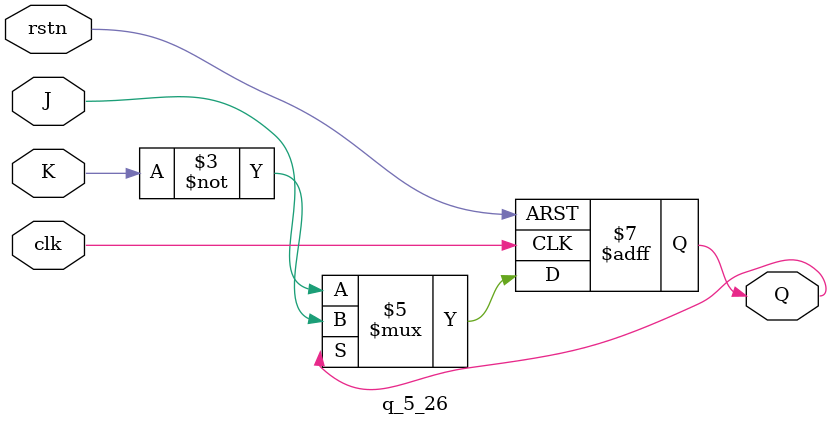
<source format=v>
module q_5_26 (
    input rstn, clk, J, K,
    output reg Q
);
    always @ (posedge clk, negedge rstn)
    begin
        if (!rstn)
            Q <= 1'b0;
        else
            if (Q)
                Q <= ~K;
            else
                Q <= J;
    end
endmodule

</source>
